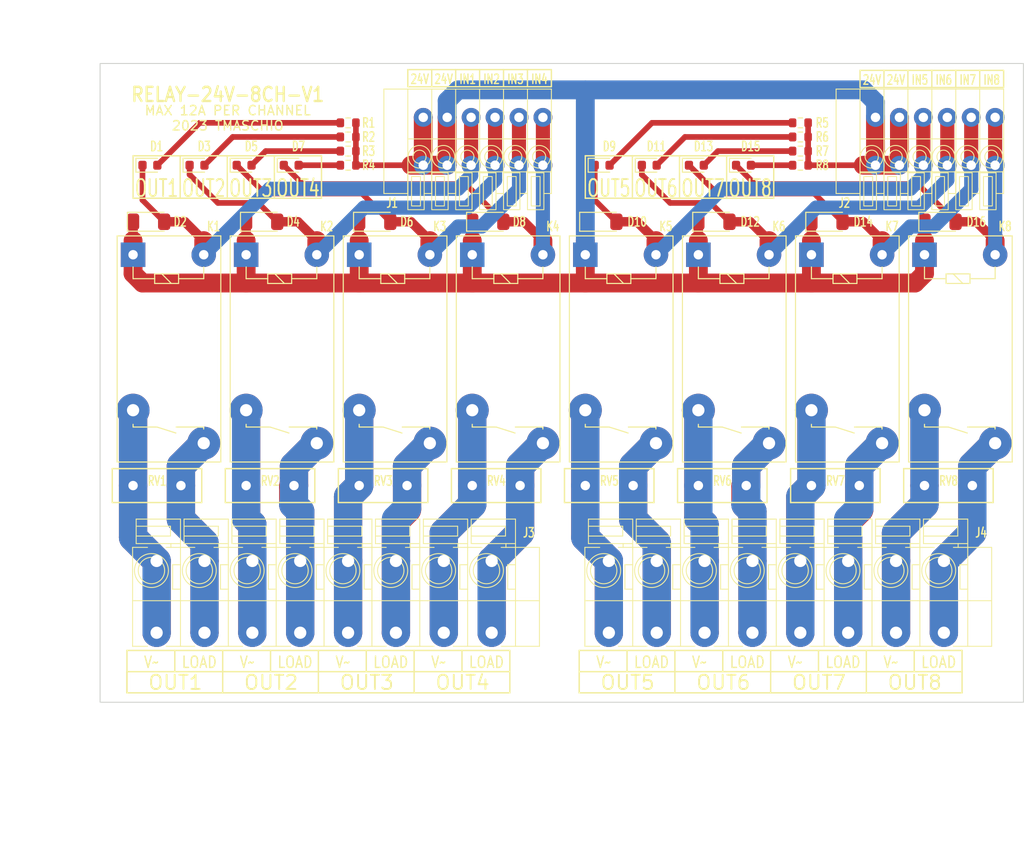
<source format=kicad_pcb>
(kicad_pcb (version 20240108) (generator "pcbnew") (generator_version "8.0")
  (title_block (title "ESP 8 Relay Module"))
  (layers (0 "F.Cu" signal) (31 "B.Cu" signal) (34 "B.Paste" user) (35 "F.Paste" user) (36 "B.SilkS" user "B.Silkscreen") (37 "F.SilkS" user "F.Silkscreen") (38 "B.Mask" user) (39 "F.Mask" user) (44 "Edge.Cuts" user))
  (net 0 "")
  (net 1 "Net-(D1-A)")
  (net 2 "+24V")
  (net 3 "Net-(D1-K)")
  (net 4 "Net-(D3-A)")
  (net 5 "Net-(D3-K)")
  (net 6 "Net-(D5-A)")
  (net 7 "Net-(D5-K)")
  (net 8 "Net-(D7-A)")
  (net 9 "Net-(D7-K)")
  (net 10 "Net-(J3-Pin_1)")
  (net 11 "Net-(J3-Pin_2)")
  (net 12 "Net-(J4-Pin_1)")
  (net 13 "Net-(J4-Pin_2)")
  (net 14 "Net-(D10-A)")
  (net 15 "Net-(D9-A)")
  (net 16 "Net-(D11-K)")
  (net 17 "Net-(D11-A)")
  (net 18 "Net-(D13-K)")
  (net 19 "Net-(D13-A)")
  (net 20 "Net-(D15-K)")
  (net 21 "Net-(D15-A)")
  (net 22 "Net-(J4-Pin_3)")
  (net 23 "Net-(J4-Pin_4)")
  (net 24 "Net-(J4-Pin_5)")
  (net 25 "Net-(J4-Pin_6)")
  (net 26 "Net-(J4-Pin_7)")
  (net 27 "Net-(J4-Pin_8)")
  (net 28 "Net-(J3-Pin_3)")
  (net 29 "Net-(J3-Pin_4)")
  (net 30 "Net-(J3-Pin_5)")
  (net 31 "Net-(J3-Pin_6)")
  (net 32 "Net-(J3-Pin_7)")
  (net 33 "Net-(J3-Pin_8)")
  (footprint "Tales:D_SOD-123" (layer "F.Cu") (at 214.15 79)
    (property "Reference" "D16")
    (property "Value" "1N4148")
  )
  (footprint "Tales:D_SOD-123" (layer "F.Cu") (at 202.15 79)
    (property "Reference" "D14")
    (property "Value" "1N4148")
  )
  (footprint "Tales:LED_0603_1608Metric" (layer "F.Cu") (at 188.2875 73)
    (property "Reference" "D13")
    (property "Value" "GREEN")
  )
  (footprint "Tales:R_0603_1608Metric" (layer "F.Cu") (at 151.325 71.5 180)
    (property "Reference" "R3")
    (property "Value" "5k6/100mW")
  )
  (footprint "Tales:R_0603_1608Metric" (layer "F.Cu") (at 199.325 73 180)
    (property "Reference" "R8")
    (property "Value" "5k6/100mW")
  )
  (footprint "Tales:LED_0603_1608Metric" (layer "F.Cu") (at 178.2875 73)
    (property "Reference" "D9")
    (property "Value" "GREEN")
  )
  (footprint "Tales:D_SOD-123" (layer "F.Cu") (at 142.15 79)
    (property "Reference" "D4")
    (property "Value" "1N4148")
  )
  (footprint "Tales:TerminalBlock_Dibo_DB141V-2.54-6P_1x06_P2.54mm_Vertical" (layer "F.Cu") (at 220 67.92 180)
    (property "Reference" "J2")
    (property "Value" "DB141V-2.54-6P")
  )
  (footprint "Tales:R_0603_1608Metric" (layer "F.Cu") (at 199.325 68.5 180)
    (property "Reference" "R5")
    (property "Value" "5k6/100mW")
  )
  (footprint "Tales:LED_0603_1608Metric" (layer "F.Cu") (at 183.2875 73)
    (property "Reference" "D11")
    (property "Value" "GREEN")
  )
  (footprint "Tales:LED_0603_1608Metric" (layer "F.Cu") (at 145.2875 73)
    (property "Reference" "D7")
    (property "Value" "GREEN")
  )
  (footprint "Tales:TerminalBlock_Dibo_DB142V-5.08-8P_1x08_P5.08mm_Vertical" (layer "F.Cu") (at 179 122.62)
    (property "Reference" "J4")
    (property "Value" "DB142V-5.08-8P")
  )
  (footprint "Tales:R_0603_1608Metric" (layer "F.Cu") (at 199.325 70 180)
    (property "Reference" "R6")
    (property "Value" "5k6/100mW")
  )
  (footprint "Tales:R_0603_1608Metric" (layer "F.Cu") (at 151.325 73 180)
    (property "Reference" "R4")
    (property "Value" "5k6/100mW")
  )
  (footprint "Tales:Relay_SPST_Omron_G5PZ-1A" (layer "F.Cu") (at 164.5 82.5 -90)
    (property "Reference" "K4")
    (property "Value" "G5PZ-1A")
  )
  (footprint "Tales:LED_0603_1608Metric" (layer "F.Cu") (at 130.2875 73)
    (property "Reference" "D1")
    (property "Value" "GREEN")
  )
  (footprint "Tales:R_0603_1608Metric" (layer "F.Cu") (at 151.325 70 180)
    (property "Reference" "R2")
    (property "Value" "5k6/100mW")
  )
  (footprint "Tales:D_SOD-123" (layer "F.Cu") (at 130.15 79)
    (property "Reference" "D2")
    (property "Value" "1N4148")
  )
  (footprint "Tales:RV_Disc_D9.50mm_W3.6mm_P5.08mm" (layer "F.Cu") (at 128.5 107)
    (property "Reference" "RV1")
    (property "Value" "275VAC")
  )
  (footprint "Tales:LED_0603_1608Metric" (layer "F.Cu") (at 193.2875 73)
    (property "Reference" "D15")
    (property "Value" "GREEN")
  )
  (footprint "Tales:Relay_SPST_Omron_G5PZ-1A" (layer "F.Cu") (at 188.5 82.5 -90)
    (property "Reference" "K6")
    (property "Value" "G5PZ-1A")
  )
  (footprint "Tales:Relay_SPST_Omron_G5PZ-1A" (layer "F.Cu") (at 200.5 82.5 -90)
    (property "Reference" "K7")
    (property "Value" "G5PZ-1A")
  )
  (footprint "Tales:D_SOD-123" (layer "F.Cu") (at 154.15 79)
    (property "Reference" "D6")
    (property "Value" "1N4148")
  )
  (footprint "Tales:RV_Disc_D9.50mm_W3.6mm_P5.08mm" (layer "F.Cu") (at 188.5 107)
    (property "Reference" "RV6")
    (property "Value" "275VAC")
  )
  (footprint "Tales:Relay_SPST_Omron_G5PZ-1A" (layer "F.Cu") (at 212.5 82.5 -90)
    (property "Reference" "K8")
    (property "Value" "G5PZ-1A")
  )
  (footprint "Tales:R_0603_1608Metric" (layer "F.Cu") (at 199.325 71.5 180)
    (property "Reference" "R7")
    (property "Value" "5k6/100mW")
  )
  (footprint "Tales:Relay_SPST_Omron_G5PZ-1A" (layer "F.Cu") (at 152.5 82.5 -90)
    (property "Reference" "K3")
    (property "Value" "G5PZ-1A")
  )
  (footprint "Tales:RV_Disc_D9.50mm_W3.6mm_P5.08mm" (layer "F.Cu") (at 176.5 107)
    (property "Reference" "RV5")
    (property "Value" "275VAC")
  )
  (footprint "Tales:LED_0603_1608Metric" (layer "F.Cu") (at 135.2875 73)
    (property "Reference" "D3")
    (property "Value" "GREEN")
  )
  (footprint "Tales:RV_Disc_D9.50mm_W3.6mm_P5.08mm" (layer "F.Cu") (at 164.5 107)
    (property "Reference" "RV4")
    (property "Value" "275VAC")
  )
  (footprint "Tales:RV_Disc_D9.50mm_W3.6mm_P5.08mm" (layer "F.Cu") (at 140.5 107)
    (property "Reference" "RV2")
    (property "Value" "275VAC")
  )
  (footprint "Tales:RV_Disc_D9.50mm_W3.6mm_P5.08mm" (layer "F.Cu") (at 212.5 107)
    (property "Reference" "RV8")
    (property "Value" "275VAC")
  )
  (footprint "Tales:D_SOD-123" (layer "F.Cu") (at 178.15 79)
    (property "Reference" "D10")
    (property "Value" "1N4148")
  )
  (footprint "Tales:Relay_SPST_Omron_G5PZ-1A" (layer "F.Cu") (at 140.5 82.5 -90)
    (property "Reference" "K2")
    (property "Value" "G5PZ-1A")
  )
  (footprint "Tales:D_SOD-123" (layer "F.Cu") (at 190.15 79)
    (property "Reference" "D12")
    (property "Value" "1N4148")
  )
  (footprint "Tales:TerminalBlock_Dibo_DB141V-2.54-6P_1x06_P2.54mm_Vertical" (layer "F.Cu") (at 172 67.92 180)
    (property "Reference" "J1")
    (property "Value" "DB141V-2.54-6P")
  )
  (footprint "Tales:D_SOD-123" (layer "F.Cu") (at 166.15 79)
    (property "Reference" "D8")
    (property "Value" "1N4148")
  )
  (footprint "Tales:Relay_SPST_Omron_G5PZ-1A" (layer "F.Cu") (at 128.5 82.5 -90)
    (property "Reference" "K1")
    (property "Value" "G5PZ-1A")
  )
  (footprint "Tales:TerminalBlock_Dibo_DB142V-5.08-8P_1x08_P5.08mm_Vertical" (layer "F.Cu") (at 131 122.62)
    (property "Reference" "J3")
    (property "Value" "DB142V-5.08-8P")
  )
  (footprint "Tales:RV_Disc_D9.50mm_W3.6mm_P5.08mm" (layer "F.Cu") (at 152.5 107)
    (property "Reference" "RV3")
    (property "Value" "275VAC")
  )
  (footprint "Tales:R_0603_1608Metric" (layer "F.Cu") (at 151.325 68.5 180)
    (property "Reference" "R1")
    (property "Value" "5k6/100mW")
  )
  (footprint "Tales:Relay_SPST_Omron_G5PZ-1A" (layer "F.Cu") (at 176.5 82.5 -90)
    (property "Reference" "K5")
    (property "Value" "G5PZ-1A")
  )
  (footprint "Tales:LED_0603_1608Metric" (layer "F.Cu") (at 140.2875 73)
    (property "Reference" "D5")
    (property "Value" "GREEN")
  )
  (footprint "Tales:RV_Disc_D9.50mm_W3.6mm_P5.08mm" (layer "F.Cu") (at 200.5 107)
    (property "Reference" "RV7")
    (property "Value" "275VAC")
  )
  (gr_line (start 175.85 124.5) (end 175.85 129) (stroke (width 0.15)) (layer "F.SilkS"))
  (gr_rect (start 157.66 62.85) (end 172.9 64.67) (stroke (width 0.15)) (fill none) (layer "F.SilkS"))
  (gr_line (start 143.5 76.5) (end 143.5 72) (stroke (width 0.15)) (layer "F.SilkS"))
  (gr_line (start 210.74 64.73) (end 210.74 62.93) (stroke (width 0.15)) (layer "F.SilkS"))
  (gr_line (start 168.49 124.5) (end 168.49 129) (stroke (width 0.15)) (layer "F.SilkS"))
  (gr_rect (start 205.66 62.93) (end 220.9 64.75) (stroke (width 0.15)) (fill none) (layer "F.SilkS"))
  (gr_line (start 191.09 124.5) (end 191.09 126.75) (stroke (width 0.15)) (layer "F.SilkS"))
  (gr_line (start 163.41 124.5) (end 163.41 126.75) (stroke (width 0.15)) (layer "F.SilkS"))
  (gr_line (start 208.2 64.73) (end 208.2 62.93) (stroke (width 0.15)) (layer "F.SilkS"))
  (gr_line (start 191.5 76.5) (end 191.5 72) (stroke (width 0.15)) (layer "F.SilkS"))
  (gr_line (start 165.28 64.67) (end 165.28 62.85) (stroke (width 0.15)) (layer "F.SilkS"))
  (gr_line (start 201.25 124.5) (end 201.25 126.75) (stroke (width 0.15)) (layer "F.SilkS"))
  (gr_line (start 128.5 72) (end 148.5 72) (stroke (width 0.15)) (layer "F.SilkS"))
  (gr_line (start 216.49 124.5) (end 216.49 129) (stroke (width 0.15)) (layer "F.SilkS"))
  (gr_line (start 127.85 124.5) (end 168.49 124.5) (stroke (width 0.15)) (layer "F.SilkS"))
  (gr_line (start 127.85 129) (end 168.49 129) (stroke (width 0.15)) (layer "F.SilkS"))
  (gr_line (start 215.82 64.73) (end 215.82 62.93) (stroke (width 0.15)) (layer "F.SilkS"))
  (gr_line (start 218.36 64.73) (end 218.36 62.93) (stroke (width 0.15)) (layer "F.SilkS"))
  (gr_line (start 148.17 124.5) (end 148.17 129) (stroke (width 0.15)) (layer "F.SilkS"))
  (gr_line (start 138.01 124.5) (end 138.01 129) (stroke (width 0.15)) (layer "F.SilkS"))
  (gr_line (start 132.93 124.5) (end 132.93 126.75) (stroke (width 0.15)) (layer "F.SilkS"))
  (gr_line (start 148.5 76.5) (end 128.5 76.5) (stroke (width 0.15)) (layer "F.SilkS"))
  (gr_line (start 170.36 64.65) (end 170.36 62.85) (stroke (width 0.15)) (layer "F.SilkS"))
  (gr_line (start 196.5 76.5) (end 176.5 76.5) (stroke (width 0.15)) (layer "F.SilkS"))
  (gr_line (start 206.33 124.5) (end 206.33 129) (stroke (width 0.15)) (layer "F.SilkS"))
  (gr_line (start 175.85 129) (end 216.49 129) (stroke (width 0.15)) (layer "F.SilkS"))
  (gr_line (start 162.74 64.65) (end 162.74 62.85) (stroke (width 0.15)) (layer "F.SilkS"))
  (gr_line (start 175.85 126.75) (end 216.49 126.75) (stroke (width 0.15)) (layer "F.SilkS"))
  (gr_line (start 175.85 126.75) (end 175.85 129) (stroke (width 0.15)) (layer "F.SilkS"))
  (gr_line (start 186.5 76.5) (end 186.5 72) (stroke (width 0.15)) (layer "F.SilkS"))
  (gr_line (start 186.01 124.5) (end 186.01 129) (stroke (width 0.15)) (layer "F.SilkS"))
  (gr_line (start 213.28 64.75) (end 213.28 62.93) (stroke (width 0.15)) (layer "F.SilkS"))
  (gr_line (start 176.5 72) (end 196.5 72) (stroke (width 0.15)) (layer "F.SilkS"))
  (gr_line (start 127.85 126.75) (end 168.49 126.75) (stroke (width 0.15)) (layer "F.SilkS"))
  (gr_line (start 153.25 124.5) (end 153.25 126.75) (stroke (width 0.15)) (layer "F.SilkS"))
  (gr_line (start 167.82 64.65) (end 167.82 62.85) (stroke (width 0.15)) (layer "F.SilkS"))
  (gr_line (start 211.41 124.5) (end 211.41 126.75) (stroke (width 0.15)) (layer "F.SilkS"))
  (gr_line (start 138.5 76.5) (end 138.5 72) (stroke (width 0.15)) (layer "F.SilkS"))
  (gr_line (start 148.5 72) (end 148.5 76.5) (stroke (width 0.15)) (layer "F.SilkS"))
  (gr_line (start 180.93 124.5) (end 180.93 126.75) (stroke (width 0.15)) (layer "F.SilkS"))
  (gr_line (start 176.5 76.5) (end 176.5 72) (stroke (width 0.15)) (layer "F.SilkS"))
  (gr_line (start 196.17 124.5) (end 196.17 129) (stroke (width 0.15)) (layer "F.SilkS"))
  (gr_line (start 175.85 124.5) (end 216.49 124.5) (stroke (width 0.15)) (layer "F.SilkS"))
  (gr_line (start 133.5 72) (end 133.5 76.5) (stroke (width 0.15)) (layer "F.SilkS"))
  (gr_line (start 127.85 126.75) (end 127.85 129) (stroke (width 0.15)) (layer "F.SilkS"))
  (gr_line (start 143.09 124.5) (end 143.09 126.75) (stroke (width 0.15)) (layer "F.SilkS"))
  (gr_line (start 196.5 72) (end 196.5 76.5) (stroke (width 0.15)) (layer "F.SilkS"))
  (gr_line (start 158.33 124.5) (end 158.33 129) (stroke (width 0.15)) (layer "F.SilkS"))
  (gr_line (start 127.85 124.5) (end 127.85 129) (stroke (width 0.15)) (layer "F.SilkS"))
  (gr_line (start 181.5 72) (end 181.5 76.5) (stroke (width 0.15)) (layer "F.SilkS"))
  (gr_line (start 128.5 76.5) (end 128.5 72) (stroke (width 0.15)) (layer "F.SilkS"))
  (gr_line (start 160.2 64.65) (end 160.2 62.85) (stroke (width 0.15)) (layer "F.SilkS"))
  (gr_rect (start 125 62.2) (end 223 130) (stroke (width 0.1)) (fill none) (layer "Edge.Cuts"))
  (gr_text "IN2" (at 166.55 64.45 0) (layer "F.SilkS") (effects (font (size 1 0.7) (thickness 0.15) (bold yes)) (justify bottom)))
  (gr_text "V~" (at 150.77 125.75 0) (layer "F.SilkS") (effects (font (size 1.2 1))))
  (gr_text "LOAD" (at 145.69 125.75 0) (layer "F.SilkS") (effects (font (size 1.2 1))))
  (gr_text "IN8" (at 219.63 64.53 0) (layer "F.SilkS") (effects (font (size 1 0.7) (thickness 0.15) (bold yes)) (justify bottom)))
  (gr_text "OUT3" (at 141 76.5 0) (layer "F.SilkS") (effects (font (size 1.8 1.2) (thickness 0.2)) (justify bottom)))
  (gr_text "OUT4" (at 163.47 127.9 0) (layer "F.SilkS") (effects (font (size 1.5 1.5) (thickness 0.2))))
  (gr_text "OUT6" (at 191.15 127.9 0) (layer "F.SilkS") (effects (font (size 1.5 1.5) (thickness 0.2))))
  (gr_text "IN7" (at 217.09 64.53 0) (layer "F.SilkS") (effects (font (size 1 0.7) (thickness 0.15) (bold yes)) (justify bottom)))
  (gr_text "OUT8" (at 211.47 127.9 0) (layer "F.SilkS") (effects (font (size 1.5 1.5) (thickness 0.2))))
  (gr_text "LOAD" (at 155.85 125.75 0) (layer "F.SilkS") (effects (font (size 1.2 1))))
  (gr_text "V~" (at 140.61 125.75 0) (layer "F.SilkS") (effects (font (size 1.2 1))))
  (gr_text "IN6" (at 214.55 64.53 0) (layer "F.SilkS") (effects (font (size 1 0.7) (thickness 0.15) (bold yes)) (justify bottom)))
  (gr_text "V~" (at 160.93 125.75 0) (layer "F.SilkS") (effects (font (size 1.2 1))))
  (gr_text "LOAD" (at 166.01 125.75 0) (layer "F.SilkS") (effects (font (size 1.2 1))))
  (gr_text "OUT6" (at 184 76.5 0) (layer "F.SilkS") (effects (font (size 1.8 1.2) (thickness 0.2)) (justify bottom)))
  (gr_text "OUT7" (at 189 76.5 0) (layer "F.SilkS") (effects (font (size 1.8 1.2) (thickness 0.2)) (justify bottom)))
  (gr_text "V~" (at 130.45 125.75 0) (layer "F.SilkS") (effects (font (size 1.2 1))))
  (gr_text "OUT2" (at 136 76.5 0) (layer "F.SilkS") (effects (font (size 1.8 1.2) (thickness 0.2)) (justify bottom)))
  (gr_text "IN1" (at 164.01 64.45 0) (layer "F.SilkS") (effects (font (size 1 0.7) (thickness 0.15) (bold yes)) (justify bottom)))
  (gr_text "V~" (at 198.77 125.75 0) (layer "F.SilkS") (effects (font (size 1.2 1))))
  (gr_text "V~" (at 208.93 125.75 0) (layer "F.SilkS") (effects (font (size 1.2 1))))
  (gr_text "LOAD" (at 214.01 125.75 0) (layer "F.SilkS") (effects (font (size 1.2 1))))
  (gr_text "V~" (at 178.45 125.75 0) (layer "F.SilkS") (effects (font (size 1.2 1))))
  (gr_text "OUT4" (at 146 76.5 0) (layer "F.SilkS") (effects (font (size 1.8 1.2) (thickness 0.2)) (justify bottom)))
  (gr_text "LOAD" (at 183.53 125.75 0) (layer "F.SilkS") (effects (font (size 1.2 1))))
  (gr_text "OUT1" (at 131 76.5 0) (layer "F.SilkS") (effects (font (size 1.8 1.2) (thickness 0.2)) (justify bottom)))
  (gr_text "LOAD" (at 135.53 125.75 0) (layer "F.SilkS") (effects (font (size 1.2 1))))
  (gr_text "OUT1" (at 132.99 127.9 0) (layer "F.SilkS") (effects (font (size 1.5 1.5) (thickness 0.2))))
  (gr_text "V~" (at 188.61 125.75 0) (layer "F.SilkS") (effects (font (size 1.2 1))))
  (gr_text "LOAD" (at 193.69 125.75 0) (layer "F.SilkS") (effects (font (size 1.2 1))))
  (gr_text "IN5" (at 212.01 64.53 0) (layer "F.SilkS") (effects (font (size 1 0.7) (thickness 0.15) (bold yes)) (justify bottom)))
  (gr_text "OUT2" (at 143.15 127.9 0) (layer "F.SilkS") (effects (font (size 1.5 1.5) (thickness 0.2))))
  (gr_text "24V" (at 206.93 64.53 0) (layer "F.SilkS") (effects (font (size 1 0.7) (thickness 0.15) (bold yes)) (justify bottom)))
  (gr_text "RELAY-24V-8CH-V1" (at 138.55 65.5 0) (layer "F.SilkS") (effects (font (size 1.5 1.3) (thickness 0.25) (bold yes))))
  (gr_text "OUT5" (at 180.99 127.9 0) (layer "F.SilkS") (effects (font (size 1.5 1.5) (thickness 0.2))))
  (gr_text "IN3" (at 169.09 64.45 0) (layer "F.SilkS") (effects (font (size 1 0.7) (thickness 0.15) (bold yes)) (justify bottom)))
  (gr_text "OUT5" (at 179 76.5 0) (layer "F.SilkS") (effects (font (size 1.8 1.2) (thickness 0.2)) (justify bottom)))
  (gr_text "24V" (at 158.93 64.45 0) (layer "F.SilkS") (effects (font (size 1 0.7) (thickness 0.15) (bold yes)) (justify bottom)))
  (gr_text "LOAD" (at 203.85 125.75 0) (layer "F.SilkS") (effects (font (size 1.2 1))))
  (gr_text "OUT3" (at 153.31 127.9 0) (layer "F.SilkS") (effects (font (size 1.5 1.5) (thickness 0.2))))
  (gr_text "OUT7" (at 201.31 127.9 0) (layer "F.SilkS") (effects (font (size 1.5 1.5) (thickness 0.2))))
  (gr_text "24V" (at 161.47 64.45 0) (layer "F.SilkS") (effects (font (size 1 0.7) (thickness 0.15) (bold yes)) (justify bottom)))
  (gr_text "OUT8" (at 194 76.5 0) (layer "F.SilkS") (effects (font (size 1.8 1.2) (thickness 0.2)) (justify bottom)))
  (gr_text "IN4" (at 171.63 64.45 0) (layer "F.SilkS") (effects (font (size 1 0.7) (thickness 0.15) (bold yes)) (justify bottom)))
  (gr_text "24V" (at 209.47 64.53 0) (layer "F.SilkS") (effects (font (size 1 0.7) (thickness 0.15) (bold yes)) (justify bottom)))
  (gr_text "MAX 12A PER CHANNEL\n2023 TMASCHIO" (at 138.55 68 0) (layer "F.SilkS") (effects (font (size 1 1))))
  (segment (start 135.575 68.5) (end 131.075 73) (width 0.6) (layer "F.Cu") (net 1))
  (segment (start 150.5 68.5) (end 135.575 68.5) (width 0.6) (layer "F.Cu") (net 1))
  (segment (start 128.5 82.5) (end 128.5 84.5) (width 2) (layer "F.Cu") (net 2))
  (segment (start 152.15 73) (end 152.15 71.5) (width 0.6) (layer "F.Cu") (net 2))
  (segment (start 200.5 85.5) (end 200.5 81) (width 2) (layer "F.Cu") (net 2))
  (segment (start 140.5 81) (end 140.5 79) (width 1) (layer "F.Cu") (net 2))
  (segment (start 128.5 84.5) (end 129.5 85.5) (width 2) (layer "F.Cu") (net 2))
  (segment (start 128.5 79) (end 128.5 81) (width 1) (layer "F.Cu") (net 2))
  (segment (start 176.5 79) (end 176.5 81) (width 1) (layer "F.Cu") (net 2))
  (segment (start 211.5 85.5) (end 212.5 84.5) (width 2) (layer "F.Cu") (net 2))
  (segment (start 140.5 81) (end 140.5 85.5) (width 2) (layer "F.Cu") (net 2))
  (segment (start 152.15 71.5) (end 152.15 70) (width 0.6) (layer "F.Cu") (net 2))
  (segment (start 161.84 73) (end 159.3 73) (width 2) (layer "F.Cu") (net 2))
  (segment (start 152.5 81) (end 152.5 85.5) (width 2) (layer "F.Cu") (net 2))
  (segment (start 152.15 70) (end 152.15 68.5) (width 0.6) (layer "F.Cu") (net 2))
  (segment (start 209.84 67.92) (end 209.84 73) (width 2) (layer "F.Cu") (net 2))
  (segment (start 159.3 67.92) (end 159.3 73) (width 2) (layer "F.Cu") (net 2))
  (segment (start 200.5 79) (end 200.5 81) (width 1) (layer "F.Cu") (net 2))
  (segment (start 164.5 79) (end 164.5 81) (width 1) (layer "F.Cu") (net 2))
  (segment (start 200.15 70) (end 200.15 68.5) (width 0.6) (layer "F.Cu") (net 2))
  (segment (start 159.3 73) (end 158 73) (width 2) (layer "F.Cu") (net 2))
  (segment (start 164.5 85.5) (end 164.5 81) (width 2) (layer "F.Cu") (net 2))
  (segment (start 128.5 82.5) (end 128.5 81) (width 2) (layer "F.Cu") (net 2))
  (segment (start 200.15 73) (end 206 73) (width 0.6) (layer "F.Cu") (net 2))
  (segment (start 212.5 84.5) (end 212.5 82.5) (width 2) (layer "F.Cu") (net 2))
  (segment (start 212.5 82.5) (end 212.5 81) (width 2) (layer "F.Cu") (net 2))
  (segment (start 200.15 73) (end 200.15 71.5) (width 0.6) (layer "F.Cu") (net 2))
  (segment (start 161.84 67.92) (end 161.84 73) (width 2) (layer "F.Cu") (net 2))
  (segment (start 129.5 85.5) (end 211.5 85.5) (width 2) (layer "F.Cu") (net 2))
  (segment (start 212.5 79) (end 212.5 81) (width 1) (layer "F.Cu") (net 2))
  (segment (start 188.5 85.5) (end 188.5 81) (width 2) (layer "F.Cu") (net 2))
  (segment (start 176.5 85.5) (end 176.5 81) (width 2) (layer "F.Cu") (net 2))
  (segment (start 207.3 73) (end 206 73) (width 2) (layer "F.Cu") (net 2))
  (segment (start 209.84 73) (end 207.3 73) (width 2) (layer "F.Cu") (net 2))
  (segment (start 152.5 79) (end 152.5 81) (width 1) (layer "F.Cu") (net 2))
  (segment (start 200.15 71.5) (end 200.15 70) (width 0.6) (layer "F.Cu") (net 2))
  (segment (start 152.15 73) (end 158 73) (width 0.6) (layer "F.Cu") (net 2))
  (segment (start 207.3 67.92) (end 207.3 73) (width 2) (layer "F.Cu") (net 2))
  (segment (start 188.5 79) (end 188.5 81) (width 1) (layer "F.Cu") (net 2))
  (segment (start 206 65) (end 207.3 66.3) (width 2) (layer "B.Cu") (net 2))
  (segment (start 161.84 67.92) (end 161.84 66.16) (width 2) (layer "B.Cu") (net 2))
  (segment (start 163 65) (end 176.5 65) (width 2) (layer "B.Cu") (net 2))
  (segment (start 176.5 65) (end 206 65) (width 2) (layer "B.Cu") (net 2))
  (segment (start 207.3 66.3) (end 207.3 67.92) (width 2) (layer "B.Cu") (net 2))
  (segment (start 176.5 82.5) (end 176.5 65) (width 2) (layer "B.Cu") (net 2))
  (segment (start 161.84 66.16) (end 163 65) (width 2) (layer "B.Cu") (net 2))
  (segment (start 129.5 73) (end 129.5 76.7) (width 0.6) (layer "F.Cu") (net 3))
  (segment (start 134 79) (end 136 81) (width 1) (layer "F.Cu") (net 3))
  (segment (start 131.8 79) (end 134 79) (width 1) (layer "F.Cu") (net 3))
  (segment (start 136 82.5) (end 136 81) (width 2) (layer "F.Cu") (net 3))
  (segment (start 129.5 76.7) (end 131.8 79) (width 0.6) (layer "F.Cu") (net 3))
  (segment (start 164.38 67.92) (end 164.38 73) (width 1.5) (layer "F.Cu") (net 3))
  (segment (start 163 75.5) (end 143 75.5) (width 1.5) (layer "B.Cu") (net 3))
  (segment (start 164.38 74.12) (end 163 75.5) (width 1.5) (layer "B.Cu") (net 3))
  (segment (start 143 75.5) (end 136 82.5) (width 1.5) (layer "B.Cu") (net 3))
  (segment (start 164.38 73) (end 164.38 74.12) (width 1.5) (layer "B.Cu") (net 3))
  (segment (start 139.075 70) (end 136.075 73) (width 0.6) (layer "F.Cu") (net 4))
  (segment (start 150.5 70) (end 139.075 70) (width 0.6) (layer "F.Cu") (net 4))
  (segment (start 134.5 74) (end 137.5 77) (width 0.6) (layer "F.Cu") (net 5))
  (segment (start 143.8 79) (end 146 79) (width 1) (layer "F.Cu") (net 5))
  (segment (start 137.5 77) (end 141.8 77) (width 0.6) (layer "F.Cu") (net 5))
  (segment (start 166.92 67.92) (end 166.92 73) (width 1.5) (layer "F.Cu") (net 5))
  (segment (start 134.5 73) (end 134.5 74) (width 0.6) (layer "F.Cu") (net 5))
  (segment (start 148 82.5) (end 148 81) (width 2) (layer "F.Cu") (net 5))
  (segment (start 146 79) (end 148 81) (width 1) (layer "F.Cu") (net 5))
  (segment (start 141.8 77) (end 143.8 79) (width 0.6) (layer "F.Cu") (net 5))
  (segment (start 166.92 74.58) (end 164 77.5) (width 1.5) (layer "B.Cu") (net 5))
  (segment (start 153 77.5) (end 148 82.5) (width 1.5) (layer "B.Cu") (net 5))
  (segment (start 164 77.5) (end 153 77.5) (width 1.5) (layer "B.Cu") (net 5))
  (segment (start 166.92 73) (end 166.92 74.58) (width 1.5) (layer "B.Cu") (net 5))
  (segment (start 142.575 71.5) (end 141.075 73) (width 0.6) (layer "F.Cu") (net 6))
  (segment (start 150.5 71.5) (end 142.575 71.5) (width 0.6) (layer "F.Cu") (net 6))
  (segment (start 155.8 79) (end 158 79) (width 1) (layer "F.Cu") (net 7))
  (segment (start 169.46 67.92) (end 169.46 73) (width 1.5) (layer "F.Cu") (net 7))
  (segment (start 152.8 76) (end 155.8 79) (width 0.6) (layer "F.Cu") (net 7))
  (segment (start 139.5 73) (end 142.5 76) (width 0.6) (layer "F.Cu") (net 7))
  (segment (start 160 82.5) (end 160 81) (width 2) (layer "F.Cu") (net 7))
  (segment (start 158 79) (end 160 81) (width 1) (layer "F.Cu") (net 7))
  (segment (start 142.5 76) (end 152.8 76) (width 0.6) (layer "F.Cu") (net 7))
  (segment (start 169.46 73) (end 169.46 75.54) (width 1.5) (layer "B.Cu") (net 7))
  (segment (start 163 79.5) (end 160 82.5) (width 1.5) (layer "B.Cu") (net 7))
  (segment (start 165.5 79.5) (end 163 79.5) (width 1.5) (layer "B.Cu") (net 7))
  (segment (start 169.46 75.54) (end 165.5 79.5) (width 1.5) (layer "B.Cu") (net 7))
  (segment (start 150.5 73) (end 146.075 73) (width 0.6) (layer "F.Cu") (net 8))
  (segment (start 170 79) (end 172 81) (width 1) (layer "F.Cu") (net 9))
  (segment (start 163.8 75) (end 167.8 79) (width 0.6) (layer "F.Cu") (net 9))
  (segment (start 167.8 79) (end 170 79) (width 1) (layer "F.Cu") (net 9))
  (segment (start 146.5 75) (end 163.8 75) (width 0.6) (layer "F.Cu") (net 9))
  (segment (start 172 82.5) (end 172 81) (width 2) (layer "F.Cu") (net 9))
  (segment (start 144.5 73) (end 146.5 75) (width 0.6) (layer "F.Cu") (net 9))
  (segment (start 172 67.92) (end 172 73) (width 1.5) (layer "F.Cu") (net 9))
  (segment (start 172 82.5) (end 172 73) (width 1.5) (layer "B.Cu") (net 9))
  (segment (start 128.5 107) (end 128.5 112.5) (width 3) (layer "F.Cu") (net 10))
  (segment (start 128.5 99) (end 128.5 107) (width 3) (layer "F.Cu") (net 10))
  (segment (start 128.5 112.5) (end 131 115) (width 3) (layer "F.Cu") (net 10))
  (segment (start 131 122.62) (end 131 115) (width 3) (layer "F.Cu") (net 10))
  (segment (start 131 122.62) (end 131 115) (width 3) (layer "B.Cu") (net 10))
  (segment (start 128.5 107) (end 128.5 99) (width 3) (layer "B.Cu") (net 10))
  (segment (start 128.5 112.5) (end 128.5 107) (width 3) (layer "B.Cu") (net 10))
  (segment (start 131 115) (end 128.5 112.5) (width 3) (layer "B.Cu") (net 10))
  (segment (start 136.08 122.62) (end 136.08 115) (width 3) (layer "F.Cu") (net 11))
  (segment (start 133.58 107) (end 133.58 110.58) (width 3) (layer "F.Cu") (net 11))
  (segment (start 133.58 110.58) (end 136.08 113.08) (width 3) (layer "F.Cu") (net 11))
  (segment (start 133.58 104.92) (end 136 102.5) (width 3) (layer "F.Cu") (net 11))
  (segment (start 136.08 113.08) (end 136.08 115) (width 3) (layer "F.Cu") (net 11))
  (segment (start 133.58 107) (end 133.58 104.92) (width 3) (layer "F.Cu") (net 11))
  (segment (start 136.08 122.62) (end 136.08 115) (width 3) (layer "B.Cu") (net 11))
  (segment (start 133.58 110.58) (end 133.58 107) (width 3) (layer "B.Cu") (net 11))
  (segment (start 136.08 115) (end 136.08 113.08) (width 3) (layer "B.Cu") (net 11))
  (segment (start 133.58 104.92) (end 136 102.5) (width 3) (layer "B.Cu") (net 11))
  (segment (start 136.08 113.08) (end 133.58 110.58) (width 3) (layer "B.Cu") (net 11))
  (segment (start 133.58 107) (end 133.58 104.92) (width 3) (layer "B.Cu") (net 11))
  (segment (start 179 122.62) (end 179 115) (width 3) (layer "F.Cu") (net 12))
  (segment (start 176.5 99) (end 176.5 107) (width 3) (layer "F.Cu") (net 12))
  (segment (start 176.5 107) (end 176.5 112.5) (width 3) (layer "F.Cu") (net 12))
  (segment (start 176.5 112.5) (end 179 115) (width 3) (layer "F.Cu") (net 12))
  (segment (start 176.5 107) (end 176.5 99) (width 3) (layer "B.Cu") (net 12))
  (segment (start 179 122.62) (end 179 115) (width 3) (layer "B.Cu") (net 12))
  (segment (start 179 115) (end 176.5 112.5) (width 3) (layer "B.Cu") (net 12))
  (segment (start 176.5 112.5) (end 176.5 107) (width 3) (layer "B.Cu") (net 12))
  (segment (start 184.08 113.08) (end 184.08 115) (width 3) (layer "F.Cu") (net 13))
  (segment (start 184.08 122.62) (end 184.08 115) (width 3) (layer "F.Cu") (net 13))
  (segment (start 181.58 107) (end 181.58 104.92) (width 3) (layer "F.Cu") (net 13))
  (segment (start 181.58 104.92) (end 184 102.5) (width 3) (layer "F.Cu") (net 13))
  (segment (start 181.58 110.58) (end 184.08 113.08) (width 3) (layer "F.Cu") (net 13))
  (segment (start 181.58 107) (end 181.58 110.58) (width 3) (layer "F.Cu") (net 13))
  (segment (start 184.08 115) (end 184.08 113.08) (width 3) (layer "B.Cu") (net 13))
  (segment (start 181.58 104.92) (end 184 102.5) (width 3) (layer "B.Cu") (net 13))
  (segment (start 181.58 107) (end 181.58 104.92) (width 3) (layer "B.Cu") (net 13))
  (segment (start 181.58 110.58) (end 181.58 107) (width 3) (layer "B.Cu") (net 13))
  (segment (start 184.08 113.08) (end 181.58 110.58) (width 3) (layer "B.Cu") (net 13))
  (segment (start 184.08 122.62) (end 184.08 115) (width 3) (layer "B.Cu") (net 13))
  (segment (start 212.38 67.92) (end 212.38 73) (width 1.5) (layer "F.Cu") (net 14))
  (segment (start 184 82.5) (end 184 81) (width 2) (layer "F.Cu") (net 14))
  (segment (start 179.8 79) (end 182 79) (width 1) (layer "F.Cu") (net 14))
  (segment (start 177.5 76.7) (end 179.8 79) (width 0.6) (layer "F.Cu") (net 14))
  (segment (start 177.5 73) (end 177.5 76.7) (width 0.6) (layer "F.Cu") (net 14))
  (segment (start 182 79) (end 184 81) (width 1) (layer "F.Cu") (net 14))
  (segment (start 212.38 73) (end 212.38 74.12) (width 1.5) (layer "B.Cu") (net 14))
  (segment (start 191 75.5) (end 184 82.5) (width 1.5) (layer "B.Cu") (net 14))
  (segment (start 212.38 74.12) (end 211 75.5) (width 1.5) (layer "B.Cu") (net 14))
  (segment (start 211 75.5) (end 191 75.5) (width 1.5) (layer "B.Cu") (net 14))
  (segment (start 198.5 68.5) (end 183.575 68.5) (width 0.6) (layer "F.Cu") (net 15))
  (segment (start 183.575 68.5) (end 179.075 73) (width 0.6) (layer "F.Cu") (net 15))
  (segment (start 194 79) (end 196 81) (width 1) (layer "F.Cu") (net 16))
  (segment (start 189.8 77) (end 191.8 79) (width 0.6) (layer "F.Cu") (net 16))
  (segment (start 182.5 74) (end 185.5 77) (width 0.6) (layer "F.Cu") (net 16))
  (segment (start 214.92 67.92) (end 214.92 73) (width 1.5) (layer "F.Cu") (net 16))
  (segment (start 182.5 73) (end 182.5 74) (width 0.6) (layer "F.Cu") (net 16))
  (segment (start 191.8 79) (end 194 79) (width 1) (layer "F.Cu") (net 16))
  (segment (start 196 82.5) (end 196 81) (width 2) (layer "F.Cu") (net 16))
  (segment (start 185.5 77) (end 189.8 77) (width 0.6) (layer "F.Cu") (net 16))
  (segment (start 214.92 73) (end 214.92 74.58) (width 1.5) (layer "B.Cu") (net 16))
  (segment (start 212 77.5) (end 201 77.5) (width 1.5) (layer "B.Cu") (net 16))
  (segment (start 201 77.5) (end 196 82.5) (width 1.5) (layer "B.Cu") (net 16))
  (segment (start 214.92 74.58) (end 212 77.5) (width 1.5) (layer "B.Cu") (net 16))
  (segment (start 187.075 70) (end 184.075 73) (width 0.6) (layer "F.Cu") (net 17))
  (segment (start 198.5 70) (end 187.075 70) (width 0.6) (layer "F.Cu") (net 17))
  (segment (start 190.5 76) (end 200.8 76) (width 0.6) (layer "F.Cu") (net 18))
  (segment (start 200.8 76) (end 203.8 79) (width 0.6) (layer "F.Cu") (net 18))
  (segment (start 208 82.5) (end 208 81) (width 2) (layer "F.Cu") (net 18))
  (segment (start 187.5 73) (end 190.5 76) (width 0.6) (layer "F.Cu") (net 18))
  (segment (start 217.46 67.92) (end 217.46 73) (width 1.5) (layer "F.Cu") (net 18))
  (segment (start 203.8 79) (end 206 79) (width 1) (layer "F.Cu") (net 18))
  (segment (start 206 79) (end 208 81) (width 1) (layer "F.Cu") (net 18))
  (segment (start 217.46 75.54) (end 213.5 79.5) (width 1.5) (layer "B.Cu") (net 18))
  (segment (start 213.5 79.5) (end 211 79.5) (width 1.5) (layer "B.Cu") (net 18))
  (segment (start 217.46 73) (end 217.46 75.54) (width 1.5) (layer "B.Cu") (net 18))
  (segment (start 211 79.5) (end 208 82.5) (width 1.5) (layer "B.Cu") (net 18))
  (segment (start 198.5 71.5) (end 190.575 71.5) (width 0.6) (layer "F.Cu") (net 19))
  (segment (start 190.575 71.5) (end 189.075 73) (width 0.6) (layer "F.Cu") (net 19))
  (segment (start 192.5 73) (end 194.5 75) (width 0.6) (layer "F.Cu") (net 20))
  (segment (start 220 67.92) (end 220 73) (width 1.5) (layer "F.Cu") (net 20))
  (segment (start 211.8 75) (end 215.8 79) (width 0.6) (layer "F.Cu") (net 20))
  (segment (start 220 82.5) (end 220 81) (width 2) (layer "F.Cu") (net 20))
  (segment (start 194.5 75) (end 211.8 75) (width 0.6) (layer "F.Cu") (net 20))
  (segment (start 215.8 79) (end 218 79) (width 1) (layer "F.Cu") (net 20))
  (segment (start 218 79) (end 220 81) (width 1) (layer "F.Cu") (net 20))
  (segment (start 220 82.5) (end 220 73) (width 1.5) (layer "B.Cu") (net 20))
  (segment (start 198.5 73) (end 194.075 73) (width 0.6) (layer "F.Cu") (net 21))
  (segment (start 188.5 107) (end 188.5 110.5) (width 3) (layer "F.Cu") (net 22))
  (segment (start 188.5 99) (end 188.5 107) (width 3) (layer "F.Cu") (net 22))
  (segment (start 189.16 111.16) (end 189.16 115) (width 3) (layer "F.Cu") (net 22))
  (segment (start 188.5 110.5) (end 189.16 111.16) (width 3) (layer "F.Cu") (net 22))
  (segment (start 189.16 122.62) (end 189.16 115) (width 3) (layer "F.Cu") (net 22))
  (segment (start 188.5 107) (end 188.5 99) (width 3) (layer "B.Cu") (net 22))
  (segment (start 188.5 110.5) (end 188.5 107) (width 3) (layer "B.Cu") (net 22))
  (segment (start 189.16 122.62) (end 189.16 115) (width 3) (layer "B.Cu") (net 22))
  (segment (start 189.16 115) (end 189.16 111.16) (width 3) (layer "B.Cu") (net 22))
  (segment (start 189.16 111.16) (end 188.5 110.5) (width 3) (layer "B.Cu") (net 22))
  (segment (start 193.5 109) (end 194.24 109.74) (width 3) (layer "F.Cu") (net 23))
  (segment (start 193.5 107.08) (end 193.5 109) (width 3) (layer "F.Cu") (net 23))
  (segment (start 194.24 122.62) (end 194.24 115) (width 3) (layer "F.Cu") (net 23))
  (segment (start 193.58 107) (end 193.5 107.08) (width 3) (layer "F.Cu") (net 23))
  (segment (start 193.58 104.92) (end 196 102.5) (width 3) (layer "F.Cu") (net 23))
  (segment (start 194.24 109.74) (end 194.24 115) (width 3) (layer "F.Cu") (net 23))
  (segment (start 193.58 107) (end 193.58 104.92) (width 3) (layer "F.Cu") (net 23))
  (segment (start 193.58 104.92) (end 196 102.5) (width 3) (layer "B.Cu") (net 23))
  (segment (start 194.24 122.62) (end 194.24 115) (width 3) (layer "B.Cu") (net 23))
  (segment (start 194.24 109.74) (end 193.5 109) (width 3) (layer "B.Cu") (net 23))
  (segment (start 194.24 115) (end 194.24 109.74) (width 3) (layer "B.Cu") (net 23))
  (segment (start 193.5 109) (end 193.58 108.92) (width 3) (layer "B.Cu") (net 23))
  (segment (start 193.58 108.92) (end 193.58 107) (width 3) (layer "B.Cu") (net 23))
  (segment (start 193.58 107) (end 193.58 104.92) (width 3) (layer "B.Cu") (net 23))
  (segment (start 199.32 122.62) (end 199.32 115) (width 3) (layer "F.Cu") (net 24))
  (segment (start 199.32 115) (end 199.32 108.18) (width 3) (layer "F.Cu") (net 24))
  (segment (start 200.5 99) (end 200.5 107) (width 3) (layer "F.Cu") (net 24))
  (segment (start 199.32 108.18) (end 200.5 107) (width 3) (layer "F.Cu") (net 24))
  (segment (start 199.32 122.62) (end 199.32 115) (width 3) (layer "B.Cu") (net 24))
  (segment (start 199.32 108.18) (end 200.5 107) (width 3) (layer "B.Cu") (net 24))
  (segment (start 199.32 115) (end 199.32 108.18) (width 3) (layer "B.Cu") (net 24))
  (segment (start 200.5 107) (end 200.5 99) (width 3) (layer "B.Cu") (net 24))
  (segment (start 204.4 110.7) (end 204.4 115) (width 3) (layer "F.Cu") (net 25))
  (segment (start 205.58 107) (end 205.58 104.92) (width 3) (layer "F.Cu") (net 25))
  (segment (start 205.58 109.52) (end 204.4 110.7) (width 3) (layer "F.Cu") (net 25))
  (segment (start 205.58 104.92) (end 208 102.5) (width 3) (layer "F.Cu") (net 25))
  (segment (start 205.58 107) (end 205.58 109.52) (width 3) (layer "F.Cu") (net 25))
  (segment (start 204.4 122.62) (end 204.4 115) (width 3) (layer "F.Cu") (net 25))
  (segment (start 204.4 110.6) (end 205.58 109.42) (width 3) (layer "B.Cu") (net 25))
  (segment (start 205.58 109.42) (end 205.58 107) (width 3) (layer "B.Cu") (net 25))
  (segment (start 204.4 122.62) (end 204.4 115) (width 3) (layer "B.Cu") (net 25))
  (segment (start 205.58 107) (end 205.58 104.92) (width 3) (layer "B.Cu") (net 25))
  (segment (start 205.58 104.92) (end 208 102.5) (width 3) (layer "B.Cu") (net 25))
  (segment (start 204.4 115) (end 204.4 110.6) (width 3) (layer "B.Cu") (net 25))
  (segment (start 209.48 112.02) (end 212.5 109) (width 3) (layer "F.Cu") (net 26))
  (segment (start 212.5 99) (end 212.5 107) (width 3) (layer "F.Cu") (net 26))
  (segment (start 212.5 109) (end 212.5 107) (width 3) (layer "F.Cu") (net 26))
  (segment (start 209.48 115) (end 209.48 112.02) (width 3) (layer "F.Cu") (net 26))
  (segment (start 209.48 122.62) (end 209.48 115) (width 3) (layer "F.Cu") (net 26))
  (segment (start 209.48 122.62) (end 209.48 115) (width 3) (layer "B.Cu") (net 26))
  (segment (start 209.48 115) (end 209.48 112.02) (width 3) (layer "B.Cu") (net 26))
  (segment (start 212.5 107) (end 212.5 99) (width 3) (layer "B.Cu") (net 26))
  (segment (start 209.48 112.02) (end 212.5 109) (width 3) (layer "B.Cu") (net 26))
  (segment (start 212.5 109) (end 212.5 107) (width 3) (layer "B.Cu") (net 26))
  (segment (start 214.56 122.62) (end 214.56 115) (width 3) (layer "F.Cu") (net 27))
  (segment (start 217.58 107) (end 217.58 111.98) (width 3) (layer "F.Cu") (net 27))
  (segment (start 217.58 111.98) (end 214.56 115) (width 3) (layer "F.Cu") (net 27))
  (segment (start 217.58 107) (end 217.58 104.92) (width 3) (layer "F.Cu") (net 27))
  (segment (start 217.58 104.92) (end 220 102.5) (width 3) (layer "F.Cu") (net 27))
  (segment (start 217.58 104.92) (end 220 102.5) (width 3) (layer "B.Cu") (net 27))
  (segment (start 217.58 111.98) (end 217.58 107) (width 3) (layer "B.Cu") (net 27))
  (segment (start 217.58 107) (end 217.58 104.92) (width 3) (layer "B.Cu") (net 27))
  (segment (start 214.56 122.62) (end 214.56 115) (width 3) (layer "B.Cu") (net 27))
  (segment (start 214.56 115) (end 217.58 111.98) (width 3) (layer "B.Cu") (net 27))
  (segment (start 140.5 107) (end 140.5 110.5) (width 3) (layer "F.Cu") (net 28))
  (segment (start 141.16 122.62) (end 141.16 115) (width 3) (layer "F.Cu") (net 28))
  (segment (start 141.16 111.16) (end 141.16 115) (width 3) (layer "F.Cu") (net 28))
  (segment (start 140.5 110.5) (end 141.16 111.16) (width 3) (layer "F.Cu") (net 28))
  (segment (start 140.5 99) (end 140.5 107) (width 3) (layer "F.Cu") (net 28))
  (segment (start 141.16 111.16) (end 140.5 110.5) (width 3) (layer "B.Cu") (net 28))
  (segment (start 141.16 115) (end 141.16 111.16) (width 3) (layer "B.Cu") (net 28))
  (segment (start 140.5 110.5) (end 140.5 107) (width 3) (layer "B.Cu") (net 28))
  (segment (start 140.5 107) (end 140.5 99) (width 3) (layer "B.Cu") (net 28))
  (segment (start 141.16 122.62) (end 141.16 115) (width 3) (layer "B.Cu") (net 28))
  (segment (start 146.24 109.74) (end 146.24 115) (width 3) (layer "F.Cu") (net 29))
  (segment (start 145.58 107) (end 145.58 104.92) (width 3) (layer "F.Cu") (net 29))
  (segment (start 145.58 104.92) (end 148 102.5) (width 3) (layer "F.Cu") (net 29))
  (segment (start 145.58 107) (end 145.5 107.08) (width 3) (layer "F.Cu") (net 29))
  (segment (start 145.5 107.08) (end 145.5 109) (width 3) (layer "F.Cu") (net 29))
  (segment (start 145.5 109) (end 146.24 109.74) (width 3) (layer "F.Cu") (net 29))
  (segment (start 146.24 122.62) (end 146.24 115) (width 3) (layer "F.Cu") (net 29))
  (segment (start 145.58 108.92) (end 145.58 107) (width 3) (layer "B.Cu") (net 29))
  (segment (start 146.24 122.62) (end 146.24 115) (width 3) (layer "B.Cu") (net 29))
  (segment (start 145.5 109) (end 145.58 108.92) (width 3) (layer "B.Cu") (net 29))
  (segment (start 145.58 107) (end 145.58 104.92) (width 3) (layer "B.Cu") (net 29))
  (segment (start 145.58 104.92) (end 148 102.5) (width 3) (layer "B.Cu") (net 29))
  (segment (start 146.24 109.74) (end 145.5 109) (width 3) (layer "B.Cu") (net 29))
  (segment (start 146.24 115) (end 146.24 109.74) (width 3) (layer "B.Cu") (net 29))
  (segment (start 151.32 108.18) (end 152.5 107) (width 3) (layer "F.Cu") (net 30))
  (segment (start 152.5 99) (end 152.5 107) (width 3) (layer "F.Cu") (net 30))
  (segment (start 151.32 122.62) (end 151.32 115) (width 3) (layer "F.Cu") (net 30))
  (segment (start 151.32 115) (end 151.32 108.18) (width 3) (layer "F.Cu") (net 30))
  (segment (start 151.32 115) (end 151.32 108.18) (width 3) (layer "B.Cu") (net 30))
  (segment (start 152.5 107) (end 152.5 99) (width 3) (layer "B.Cu") (net 30))
  (segment (start 151.32 122.62) (end 151.32 115) (width 3) (layer "B.Cu") (net 30))
  (segment (start 151.32 108.18) (end 152.5 107) (width 3) (layer "B.Cu") (net 30))
  (segment (start 157.58 107) (end 157.58 104.92) (width 3) (layer "F.Cu") (net 31))
  (segment (start 157.58 104.92) (end 160 102.5) (width 3) (layer "F.Cu") (net 31))
  (segment (start 157.58 109.52) (end 156.4 110.7) (width 3) (layer "F.Cu") (net 31))
  (segment (start 157.58 107) (end 157.58 109.52) (width 3) (layer "F.Cu") (net 31))
  (segment (start 156.4 122.62) (end 156.4 115) (width 3) (layer "F.Cu") (net 31))
  (segment (start 156.4 110.7) (end 156.4 115) (width 3) (layer "F.Cu") (net 31))
  (segment (start 156.4 110.6) (end 157.58 109.42) (width 3) (layer "B.Cu") (net 31))
  (segment (start 157.58 107) (end 157.58 104.92) (width 3) (layer "B.Cu") (net 31))
  (segment (start 156.4 122.62) (end 156.4 115) (width 3) (layer "B.Cu") (net 31))
  (segment (start 156.4 115) (end 156.4 110.6) (width 3) (layer "B.Cu") (net 31))
  (segment (start 157.58 109.42) (end 157.58 107) (width 3) (layer "B.Cu") (net 31))
  (segment (start 157.58 104.92) (end 160 102.5) (width 3) (layer "B.Cu") (net 31))
  (segment (start 161.48 122.62) (end 161.48 115) (width 3) (layer "F.Cu") (net 32))
  (segment (start 161.48 112.02) (end 164.5 109) (width 3) (layer "F.Cu") (net 32))
  (segment (start 164.5 99) (end 164.5 107) (width 3) (layer "F.Cu") (net 32))
  (segment (start 161.48 115) (end 161.48 112.02) (width 3) (layer "F.Cu") (net 32))
  (segment (start 164.5 109) (end 164.5 107) (width 3) (layer "F.Cu") (net 32))
  (segment (start 164.5 107) (end 164.5 99) (width 3) (layer "B.Cu") (net 32))
  (segment (start 161.48 115) (end 161.48 112.02) (width 3) (layer "B.Cu") (net 32))
  (segment (start 164.5 109) (end 164.5 107) (width 3) (layer "B.Cu") (net 32))
  (segment (start 161.48 122.62) (end 161.48 115) (width 3) (layer "B.Cu") (net 32))
  (segment (start 161.48 112.02) (end 164.5 109) (width 3) (layer "B.Cu") (net 32))
  (segment (start 169.58 111.98) (end 166.56 115) (width 3) (layer "F.Cu") (net 33))
  (segment (start 169.58 104.92) (end 172 102.5) (width 3) (layer "F.Cu") (net 33))
  (segment (start 166.56 122.62) (end 166.56 115) (width 3) (layer "F.Cu") (net 33))
  (segment (start 169.58 107) (end 169.58 111.98) (width 3) (layer "F.Cu") (net 33))
  (segment (start 169.58 107) (end 169.58 104.92) (width 3) (layer "F.Cu") (net 33))
  (segment (start 169.58 107) (end 169.58 104.92) (width 3) (layer "B.Cu") (net 33))
  (segment (start 166.56 122.62) (end 166.56 115) (width 3) (layer "B.Cu") (net 33))
  (segment (start 169.58 104.92) (end 172 102.5) (width 3) (layer "B.Cu") (net 33))
  (segment (start 166.56 115) (end 169.58 111.98) (width 3) (layer "B.Cu") (net 33))
  (segment (start 169.58 111.98) (end 169.58 107) (width 3) (layer "B.Cu") (net 33))
)
</source>
